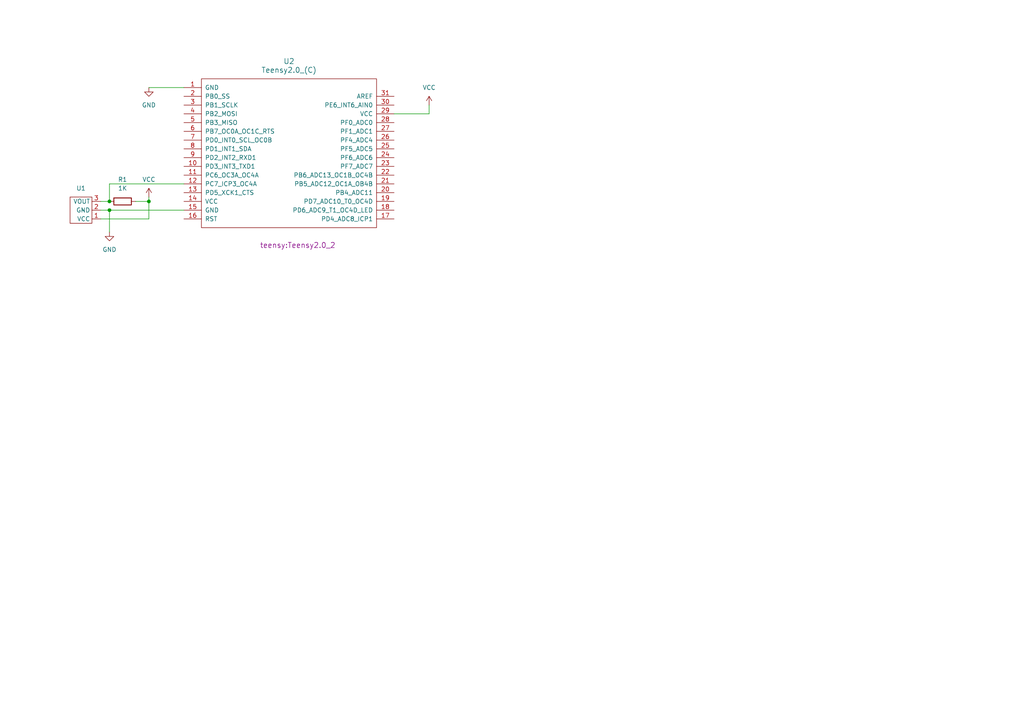
<source format=kicad_sch>
(kicad_sch (version 20230121) (generator eeschema)
  (paper "A4")
  (lib_symbols
    (symbol "Device:R" (pin_numbers hide) (pin_names (offset 0))
      (property "Reference" "R" (at 2.032 0 90))
      (property "Value" "R" (at 0 0 90))
      (symbol "R_0_1"
        (rectangle (start -1.016 -2.54) (end 1.016 2.54) (stroke (width 0.254)))
      )
      (symbol "R_1_1"
        (pin passive line (at 0 3.81 270) (length 1.27) (name "~") (number "1"))
        (pin passive line (at 0 -3.81 90) (length 1.27) (name "~") (number "2"))
      )
    )
    (symbol "MyLibrary:ATS668LSM"
      (property "Reference" "U" (at -1.27 5.08 0))
      (symbol "ATS668LSM_0_1"
        (rectangle (start -2.54 3.81) (end 3.81 -3.81))
      )
      (symbol "ATS668LSM_1_1"
        (pin input line (at -5.08 2.54 0) (length 2.54) (name "VCC") (number "1"))
        (pin input line (at -5.08 0 0) (length 2.54) (name "GND") (number "2"))
        (pin input line (at -5.08 -2.54 0) (length 2.54) (name "VOUT") (number "3"))
      )
    )
    (symbol "power:GND" (power) (pin_names (offset 0))
      (property "Value" "GND" (at 0 -3.81 0))
      (symbol "GND_0_1"
        (polyline (pts (xy 0 0) (xy 0 -1.27) (xy 1.27 -1.27) (xy 0 -2.54) (xy -1.27 -1.27) (xy 0 -1.27)))
      )
      (symbol "GND_1_1"
        (pin power_in line (at 0 0 270) (length 0) hide (name "GND") (number "1"))
      )
    )
    (symbol "power:VCC" (power) (pin_names (offset 0))
      (property "Value" "VCC" (at 0 3.81 0))
      (symbol "VCC_0_1"
        (polyline (pts (xy -0.762 1.27) (xy 0 2.54)))
        (polyline (pts (xy 0 0) (xy 0 2.54)))
        (polyline (pts (xy 0 2.54) (xy 0.762 1.27)))
      )
      (symbol "VCC_1_1"
        (pin power_in line (at 0 0 90) (length 0) hide (name "VCC") (number "1"))
      )
    )
    (symbol "teensy:Teensy2.0_(C)" (pin_names (offset 1.016))
      (property "Reference" "U" (at 0 24.13 0))
      (property "Value" "Teensy2.0_(C)" (at 0 -24.13 0))
      (symbol "Teensy2.0_(C)_0_1"
        (rectangle (start -25.4 21.59) (end 25.4 -21.59))
      )
      (symbol "Teensy2.0_(C)_1_1"
        (pin power_in line (at -30.48 19.05 0) (length 5.08) (name "GND") (number "1"))
        (pin bidirectional line (at -30.48 -3.81 0) (length 5.08) (name "PD3_INT3_TXD1") (number "10"))
        (pin bidirectional line (at -30.48 -6.35 0) (length 5.08) (name "PC6_OC3A_OC4A") (number "11"))
        (pin bidirectional line (at -30.48 -8.89 0) (length 5.08) (name "PC7_ICP3_OC4A") (number "12"))
        (pin bidirectional line (at -30.48 -11.43 0) (length 5.08) (name "PD5_XCK1_CTS") (number "13"))
        (pin power_in line (at -30.48 -13.97 0) (length 5.08) (name "VCC") (number "14"))
        (pin power_in line (at -30.48 -16.51 0) (length 5.08) (name "GND") (number "15"))
        (pin input line (at -30.48 -19.05 0) (length 5.08) (name "RST") (number "16"))
        (pin bidirectional line (at 30.48 -19.05 180) (length 5.08) (name "PD4_ADC8_ICP1") (number "17"))
        (pin bidirectional line (at 30.48 -16.51 180) (length 5.08) (name "PD6_ADC9_T1_OC4D_LED") (number "18"))
        (pin bidirectional line (at 30.48 -13.97 180) (length 5.08) (name "PD7_ADC10_T0_OC4D") (number "19"))
        (pin bidirectional line (at -30.48 16.51 0) (length 5.08) (name "PB0_SS") (number "2"))
        (pin bidirectional line (at 30.48 -11.43 180) (length 5.08) (name "PB4_ADC11") (number "20"))
        (pin bidirectional line (at 30.48 -8.89 180) (length 5.08) (name "PB5_ADC12_OC1A_OB4B") (number "21"))
        (pin bidirectional line (at 30.48 -6.35 180) (length 5.08) (name "PB6_ADC13_OC1B_OC4B") (number "22"))
        (pin bidirectional line (at 30.48 -3.81 180) (length 5.08) (name "PF7_ADC7") (number "23"))
        (pin bidirectional line (at 30.48 -1.27 180) (length 5.08) (name "PF6_ADC6") (number "24"))
        (pin bidirectional line (at 30.48 1.27 180) (length 5.08) (name "PF5_ADC5") (number "25"))
        (pin bidirectional line (at 30.48 3.81 180) (length 5.08) (name "PF4_ADC4") (number "26"))
        (pin bidirectional line (at 30.48 6.35 180) (length 5.08) (name "PF1_ADC1") (number "27"))
        (pin bidirectional line (at 30.48 8.89 180) (length 5.08) (name "PF0_ADC0") (number "28"))
        (pin power_in line (at 30.48 11.43 180) (length 5.08) (name "VCC") (number "29"))
        (pin bidirectional line (at -30.48 13.97 0) (length 5.08) (name "PB1_SCLK") (number "3"))
        (pin bidirectional line (at 30.48 13.97 180) (length 5.08) (name "PE6_INT6_AIN0") (number "30"))
        (pin input line (at 30.48 16.51 180) (length 5.08) (name "AREF") (number "31"))
        (pin bidirectional line (at -30.48 11.43 0) (length 5.08) (name "PB2_MOSI") (number "4"))
        (pin bidirectional line (at -30.48 8.89 0) (length 5.08) (name "PB3_MISO") (number "5"))
        (pin bidirectional line (at -30.48 6.35 0) (length 5.08) (name "PB7_OC0A_OC1C_RTS") (number "6"))
        (pin bidirectional line (at -30.48 3.81 0) (length 5.08) (name "PD0_INT0_SCL_OC0B") (number "7"))
        (pin bidirectional line (at -30.48 1.27 0) (length 5.08) (name "PD1_INT1_SDA") (number "8"))
        (pin bidirectional line (at -30.48 -1.27 0) (length 5.08) (name "PD2_INT2_RXD1") (number "9"))
      )
    )
  )
  (junction (at 31.75 58.42))
  (junction (at 31.75 60.96))
  (junction (at 43.18 58.42))
  (wire (pts (xy 39.37 58.42) (xy 43.18 58.42)))
  (wire (pts (xy 29.21 63.5) (xy 43.18 63.5)))
  (wire (pts (xy 43.18 25.4) (xy 53.34 25.4)))
  (wire (pts (xy 31.75 53.34) (xy 53.34 53.34)))
  (wire (pts (xy 31.75 53.34) (xy 31.75 58.42)))
  (wire (pts (xy 29.21 60.96) (xy 31.75 60.96)))
  (wire (pts (xy 31.75 60.96) (xy 53.34 60.96)))
  (wire (pts (xy 29.21 58.42) (xy 31.75 58.42)))
  (wire (pts (xy 43.18 58.42) (xy 43.18 57.15)))
  (wire (pts (xy 31.75 60.96) (xy 31.75 67.31)))
  (wire (pts (xy 114.3 33.02) (xy 124.46 33.02)))
  (wire (pts (xy 43.18 63.5) (xy 43.18 58.42)))
  (wire (pts (xy 124.46 33.02) (xy 124.46 30.48)))
  (symbol (lib_id "teensy:Teensy2.0_(C)") (at 83.82 44.45 0) (unit 1)
    (property "Reference" "U2" (at 83.82 17.78 0) (effects (font (size 1.524 1.524))))
    (property "Value" "Teensy2.0_(C)" (at 83.82 20.32 0) (effects (font (size 1.524 1.524))))
    (property "Footprint" "teensy:Teensy2.0_2" (at 86.36 71.12 0) (effects (font (size 1.524 1.524))))
  )
  (symbol (lib_id "power:GND") (at 43.18 25.4 0) (unit 1)
    (property "Reference" "#PWR03" (effects hide))
    (property "Value" "GND" (at 43.18 30.48 0))
  )
  (symbol (lib_id "MyLibrary:ATS668LSM") (at 24.13 60.96 180) (unit 1)
    (property "Reference" "U1" (at 23.495 54.61 0))
    (property "Value" "~" (at 24.13 60.96 0))
    (property "Footprint" "Library:ATS668LSM_1" (effects hide))
  )
  (symbol (lib_id "power:GND") (at 31.75 67.31 0) (unit 1)
    (property "Reference" "#PWR04" (effects hide))
    (property "Value" "GND" (at 31.75 72.39 0))
  )
  (symbol (lib_id "Device:R") (at 35.56 58.42 270) (unit 1)
    (property "Reference" "R1" (at 35.56 52.07 90))
    (property "Value" "1K" (at 35.56 54.61 90))
    (property "Footprint" "Resistor_THT:R_Axial_DIN0207_L6.3mm_D2.5mm_P7.62mm_Horizontal" (effects hide))
  )
  (symbol (lib_id "power:VCC") (at 124.46 30.48 0) (unit 1)
    (property "Reference" "#PWR02" (effects hide))
    (property "Value" "VCC" (at 124.46 25.4 0))
  )
  (symbol (lib_id "power:VCC") (at 43.18 57.15 0) (unit 1)
    (property "Reference" "#PWR01" (effects hide))
    (property "Value" "VCC" (at 43.18 52.07 0))
  )
)
</source>
